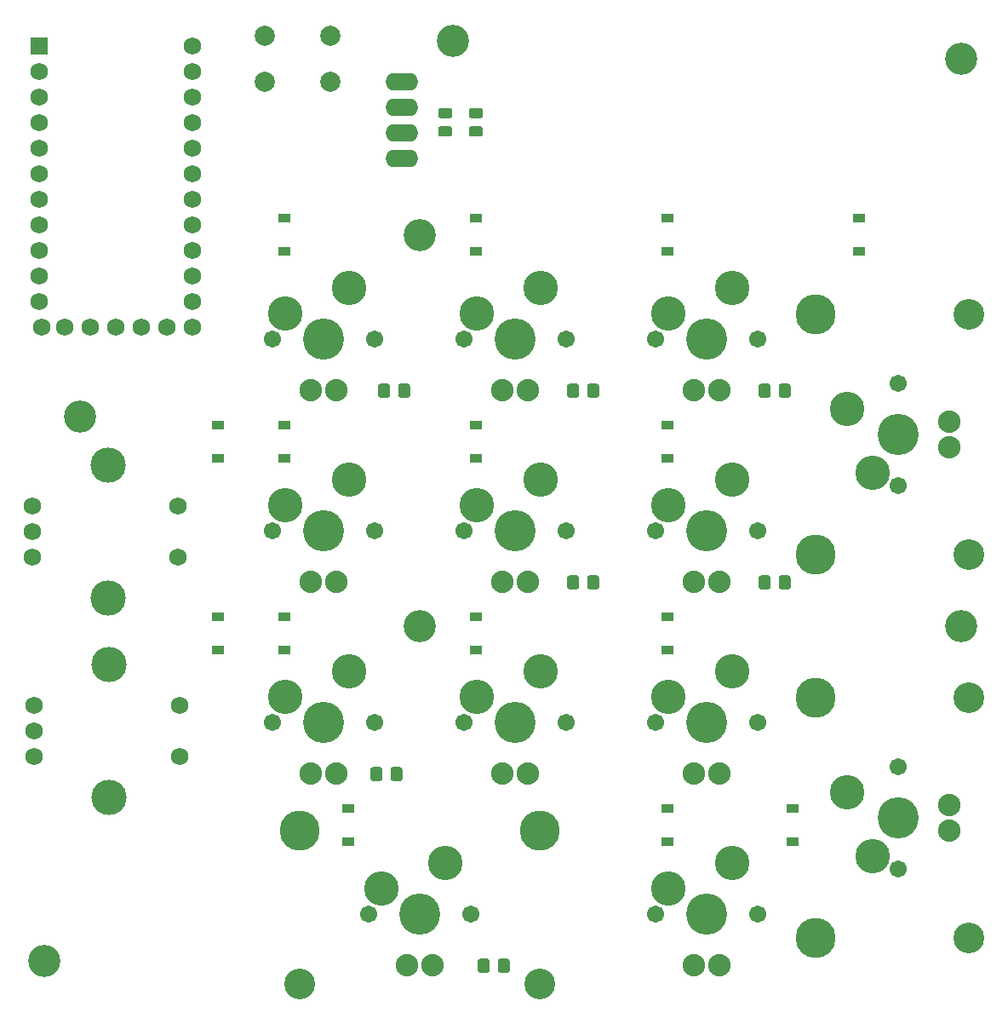
<source format=gbs>
G04 #@! TF.GenerationSoftware,KiCad,Pcbnew,(5.1.9)-1*
G04 #@! TF.CreationDate,2021-06-17T16:50:29+01:00*
G04 #@! TF.ProjectId,AutoPilot,4175746f-5069-46c6-9f74-2e6b69636164,0.3*
G04 #@! TF.SameCoordinates,Original*
G04 #@! TF.FileFunction,Soldermask,Bot*
G04 #@! TF.FilePolarity,Negative*
%FSLAX46Y46*%
G04 Gerber Fmt 4.6, Leading zero omitted, Abs format (unit mm)*
G04 Created by KiCad (PCBNEW (5.1.9)-1) date 2021-06-17 16:50:29*
%MOMM*%
%LPD*%
G01*
G04 APERTURE LIST*
%ADD10C,1.727200*%
%ADD11C,3.505200*%
%ADD12C,3.200001*%
%ADD13C,3.987800*%
%ADD14C,3.048000*%
%ADD15C,4.089400*%
%ADD16C,1.706881*%
%ADD17C,2.235200*%
%ADD18C,3.429000*%
%ADD19R,1.200000X0.900000*%
%ADD20C,3.200000*%
%ADD21C,1.752600*%
%ADD22R,1.752600X1.752600*%
%ADD23C,2.000000*%
%ADD24O,3.251200X1.727200*%
G04 APERTURE END LIST*
D10*
X80137000Y-102616000D03*
X80137000Y-107696000D03*
X94615000Y-102616000D03*
D11*
X87630000Y-98552000D03*
X87630000Y-111760000D03*
D10*
X94615000Y-107696000D03*
X80137000Y-105156000D03*
G36*
G01*
X124656002Y-64116000D02*
X123755998Y-64116000D01*
G75*
G02*
X123506000Y-63866002I0J249998D01*
G01*
X123506000Y-63340998D01*
G75*
G02*
X123755998Y-63091000I249998J0D01*
G01*
X124656002Y-63091000D01*
G75*
G02*
X124906000Y-63340998I0J-249998D01*
G01*
X124906000Y-63866002D01*
G75*
G02*
X124656002Y-64116000I-249998J0D01*
G01*
G37*
G36*
G01*
X124656002Y-65941000D02*
X123755998Y-65941000D01*
G75*
G02*
X123506000Y-65691002I0J249998D01*
G01*
X123506000Y-65165998D01*
G75*
G02*
X123755998Y-64916000I249998J0D01*
G01*
X124656002Y-64916000D01*
G75*
G02*
X124906000Y-65165998I0J-249998D01*
G01*
X124906000Y-65691002D01*
G75*
G02*
X124656002Y-65941000I-249998J0D01*
G01*
G37*
G36*
G01*
X121608002Y-64116000D02*
X120707998Y-64116000D01*
G75*
G02*
X120458000Y-63866002I0J249998D01*
G01*
X120458000Y-63340998D01*
G75*
G02*
X120707998Y-63091000I249998J0D01*
G01*
X121608002Y-63091000D01*
G75*
G02*
X121858000Y-63340998I0J-249998D01*
G01*
X121858000Y-63866002D01*
G75*
G02*
X121608002Y-64116000I-249998J0D01*
G01*
G37*
G36*
G01*
X121608002Y-65941000D02*
X120707998Y-65941000D01*
G75*
G02*
X120458000Y-65691002I0J249998D01*
G01*
X120458000Y-65165998D01*
G75*
G02*
X120707998Y-64916000I249998J0D01*
G01*
X121608002Y-64916000D01*
G75*
G02*
X121858000Y-65165998I0J-249998D01*
G01*
X121858000Y-65691002D01*
G75*
G02*
X121608002Y-65941000I-249998J0D01*
G01*
G37*
D12*
X84836000Y-93726000D03*
D13*
X157988000Y-83629500D03*
X157988000Y-107505500D03*
D14*
X173228000Y-107505500D03*
X173228000Y-83629500D03*
D15*
X166243000Y-95567500D03*
D16*
X166243000Y-100647500D03*
X166243000Y-90487500D03*
D17*
X171323000Y-96837500D03*
X171323000Y-94297500D03*
D18*
X163703000Y-99377500D03*
X161163000Y-93027500D03*
D13*
X157988000Y-121729500D03*
X157988000Y-145605500D03*
D14*
X173228000Y-145605500D03*
X173228000Y-121729500D03*
D15*
X166243000Y-133667500D03*
D16*
X166243000Y-138747500D03*
X166243000Y-128587500D03*
D17*
X171323000Y-134937500D03*
X171323000Y-132397500D03*
D18*
X163703000Y-137477500D03*
X161163000Y-131127500D03*
D13*
X106680000Y-134937500D03*
X130556000Y-134937500D03*
D14*
X130556000Y-150177500D03*
X106680000Y-150177500D03*
D18*
X121158000Y-138112500D03*
X114808000Y-140652500D03*
D17*
X119888000Y-148272500D03*
X117348000Y-148272500D03*
D16*
X123698000Y-143192500D03*
X113538000Y-143192500D03*
D15*
X118618000Y-143192500D03*
D19*
X98552000Y-116966000D03*
X98552000Y-113666000D03*
X98552000Y-97916000D03*
X98552000Y-94616000D03*
X155702000Y-136016000D03*
X155702000Y-132716000D03*
X162306000Y-77342000D03*
X162306000Y-74042000D03*
X143256000Y-136016000D03*
X143256000Y-132716000D03*
X111506000Y-136016000D03*
X111506000Y-132716000D03*
X143256000Y-116966000D03*
X143256000Y-113666000D03*
X124206000Y-116966000D03*
X124206000Y-113666000D03*
X105156000Y-116966000D03*
X105156000Y-113666000D03*
X143256000Y-97916000D03*
X143256000Y-94616000D03*
X124206000Y-97916000D03*
X124206000Y-94616000D03*
X105156000Y-97916000D03*
X105156000Y-94616000D03*
X143256000Y-77342000D03*
X143256000Y-74042000D03*
X124206000Y-77342000D03*
X124206000Y-74042000D03*
X105156000Y-77342000D03*
X105156000Y-74042000D03*
D20*
X118618000Y-114554000D03*
D21*
X83312000Y-84836000D03*
X85852000Y-84836000D03*
X88392000Y-84836000D03*
X90932000Y-84836000D03*
X93472000Y-84836000D03*
X96012000Y-56896000D03*
X81000600Y-84836000D03*
X96012000Y-59436000D03*
X96012000Y-61976000D03*
X96012000Y-64516000D03*
X96012000Y-67056000D03*
X96012000Y-69596000D03*
X96012000Y-72136000D03*
X96012000Y-74676000D03*
X96012000Y-77216000D03*
X96012000Y-79756000D03*
X96012000Y-82296000D03*
X96012000Y-84836000D03*
X80772000Y-82296000D03*
X80772000Y-79756000D03*
X80772000Y-77216000D03*
X80772000Y-74676000D03*
X80772000Y-72136000D03*
X80772000Y-69596000D03*
X80772000Y-67056000D03*
X80772000Y-64516000D03*
X80772000Y-61976000D03*
X80772000Y-59436000D03*
D22*
X80772000Y-56896000D03*
D20*
X118618000Y-75692000D03*
X121920000Y-56388000D03*
X172466000Y-58166000D03*
X81280000Y-147828000D03*
D12*
X172466000Y-114554000D03*
G36*
G01*
X115716000Y-129736001D02*
X115716000Y-128835999D01*
G75*
G02*
X115965999Y-128586000I249999J0D01*
G01*
X116666001Y-128586000D01*
G75*
G02*
X116916000Y-128835999I0J-249999D01*
G01*
X116916000Y-129736001D01*
G75*
G02*
X116666001Y-129986000I-249999J0D01*
G01*
X115965999Y-129986000D01*
G75*
G02*
X115716000Y-129736001I0J249999D01*
G01*
G37*
G36*
G01*
X113716000Y-129736001D02*
X113716000Y-128835999D01*
G75*
G02*
X113965999Y-128586000I249999J0D01*
G01*
X114666001Y-128586000D01*
G75*
G02*
X114916000Y-128835999I0J-249999D01*
G01*
X114916000Y-129736001D01*
G75*
G02*
X114666001Y-129986000I-249999J0D01*
G01*
X113965999Y-129986000D01*
G75*
G02*
X113716000Y-129736001I0J249999D01*
G01*
G37*
D18*
X111633000Y-100012500D03*
X105283000Y-102552500D03*
D17*
X110363000Y-110172500D03*
X107823000Y-110172500D03*
D16*
X114173000Y-105092500D03*
X104013000Y-105092500D03*
D15*
X109093000Y-105092500D03*
G36*
G01*
X135274000Y-110686001D02*
X135274000Y-109785999D01*
G75*
G02*
X135523999Y-109536000I249999J0D01*
G01*
X136224001Y-109536000D01*
G75*
G02*
X136474000Y-109785999I0J-249999D01*
G01*
X136474000Y-110686001D01*
G75*
G02*
X136224001Y-110936000I-249999J0D01*
G01*
X135523999Y-110936000D01*
G75*
G02*
X135274000Y-110686001I0J249999D01*
G01*
G37*
G36*
G01*
X133274000Y-110686001D02*
X133274000Y-109785999D01*
G75*
G02*
X133523999Y-109536000I249999J0D01*
G01*
X134224001Y-109536000D01*
G75*
G02*
X134474000Y-109785999I0J-249999D01*
G01*
X134474000Y-110686001D01*
G75*
G02*
X134224001Y-110936000I-249999J0D01*
G01*
X133523999Y-110936000D01*
G75*
G02*
X133274000Y-110686001I0J249999D01*
G01*
G37*
G36*
G01*
X125584000Y-147885999D02*
X125584000Y-148786001D01*
G75*
G02*
X125334001Y-149036000I-249999J0D01*
G01*
X124633999Y-149036000D01*
G75*
G02*
X124384000Y-148786001I0J249999D01*
G01*
X124384000Y-147885999D01*
G75*
G02*
X124633999Y-147636000I249999J0D01*
G01*
X125334001Y-147636000D01*
G75*
G02*
X125584000Y-147885999I0J-249999D01*
G01*
G37*
G36*
G01*
X127584000Y-147885999D02*
X127584000Y-148786001D01*
G75*
G02*
X127334001Y-149036000I-249999J0D01*
G01*
X126633999Y-149036000D01*
G75*
G02*
X126384000Y-148786001I0J249999D01*
G01*
X126384000Y-147885999D01*
G75*
G02*
X126633999Y-147636000I249999J0D01*
G01*
X127334001Y-147636000D01*
G75*
G02*
X127584000Y-147885999I0J-249999D01*
G01*
G37*
G36*
G01*
X153524000Y-109785999D02*
X153524000Y-110686001D01*
G75*
G02*
X153274001Y-110936000I-249999J0D01*
G01*
X152573999Y-110936000D01*
G75*
G02*
X152324000Y-110686001I0J249999D01*
G01*
X152324000Y-109785999D01*
G75*
G02*
X152573999Y-109536000I249999J0D01*
G01*
X153274001Y-109536000D01*
G75*
G02*
X153524000Y-109785999I0J-249999D01*
G01*
G37*
G36*
G01*
X155524000Y-109785999D02*
X155524000Y-110686001D01*
G75*
G02*
X155274001Y-110936000I-249999J0D01*
G01*
X154573999Y-110936000D01*
G75*
G02*
X154324000Y-110686001I0J249999D01*
G01*
X154324000Y-109785999D01*
G75*
G02*
X154573999Y-109536000I249999J0D01*
G01*
X155274001Y-109536000D01*
G75*
G02*
X155524000Y-109785999I0J-249999D01*
G01*
G37*
G36*
G01*
X154324000Y-91636001D02*
X154324000Y-90735999D01*
G75*
G02*
X154573999Y-90486000I249999J0D01*
G01*
X155274001Y-90486000D01*
G75*
G02*
X155524000Y-90735999I0J-249999D01*
G01*
X155524000Y-91636001D01*
G75*
G02*
X155274001Y-91886000I-249999J0D01*
G01*
X154573999Y-91886000D01*
G75*
G02*
X154324000Y-91636001I0J249999D01*
G01*
G37*
G36*
G01*
X152324000Y-91636001D02*
X152324000Y-90735999D01*
G75*
G02*
X152573999Y-90486000I249999J0D01*
G01*
X153274001Y-90486000D01*
G75*
G02*
X153524000Y-90735999I0J-249999D01*
G01*
X153524000Y-91636001D01*
G75*
G02*
X153274001Y-91886000I-249999J0D01*
G01*
X152573999Y-91886000D01*
G75*
G02*
X152324000Y-91636001I0J249999D01*
G01*
G37*
G36*
G01*
X134474000Y-90735999D02*
X134474000Y-91636001D01*
G75*
G02*
X134224001Y-91886000I-249999J0D01*
G01*
X133523999Y-91886000D01*
G75*
G02*
X133274000Y-91636001I0J249999D01*
G01*
X133274000Y-90735999D01*
G75*
G02*
X133523999Y-90486000I249999J0D01*
G01*
X134224001Y-90486000D01*
G75*
G02*
X134474000Y-90735999I0J-249999D01*
G01*
G37*
G36*
G01*
X136474000Y-90735999D02*
X136474000Y-91636001D01*
G75*
G02*
X136224001Y-91886000I-249999J0D01*
G01*
X135523999Y-91886000D01*
G75*
G02*
X135274000Y-91636001I0J249999D01*
G01*
X135274000Y-90735999D01*
G75*
G02*
X135523999Y-90486000I249999J0D01*
G01*
X136224001Y-90486000D01*
G75*
G02*
X136474000Y-90735999I0J-249999D01*
G01*
G37*
G36*
G01*
X115678000Y-90735999D02*
X115678000Y-91636001D01*
G75*
G02*
X115428001Y-91886000I-249999J0D01*
G01*
X114727999Y-91886000D01*
G75*
G02*
X114478000Y-91636001I0J249999D01*
G01*
X114478000Y-90735999D01*
G75*
G02*
X114727999Y-90486000I249999J0D01*
G01*
X115428001Y-90486000D01*
G75*
G02*
X115678000Y-90735999I0J-249999D01*
G01*
G37*
G36*
G01*
X117678000Y-90735999D02*
X117678000Y-91636001D01*
G75*
G02*
X117428001Y-91886000I-249999J0D01*
G01*
X116727999Y-91886000D01*
G75*
G02*
X116478000Y-91636001I0J249999D01*
G01*
X116478000Y-90735999D01*
G75*
G02*
X116727999Y-90486000I249999J0D01*
G01*
X117428001Y-90486000D01*
G75*
G02*
X117678000Y-90735999I0J-249999D01*
G01*
G37*
D23*
X103228000Y-60452000D03*
X103228000Y-55952000D03*
X109728000Y-60452000D03*
X109728000Y-55952000D03*
D24*
X116840000Y-68072000D03*
X116840000Y-65532000D03*
X116840000Y-62992000D03*
X116840000Y-60452000D03*
D18*
X149733000Y-138112500D03*
X143383000Y-140652500D03*
D17*
X148463000Y-148272500D03*
X145923000Y-148272500D03*
D16*
X152273000Y-143192500D03*
X142113000Y-143192500D03*
D15*
X147193000Y-143192500D03*
D18*
X130683000Y-80962500D03*
X124333000Y-83502500D03*
D17*
X129413000Y-91122500D03*
X126873000Y-91122500D03*
D16*
X133223000Y-86042500D03*
X123063000Y-86042500D03*
D15*
X128143000Y-86042500D03*
D10*
X80251300Y-122428000D03*
X80251300Y-127508000D03*
X94729300Y-122428000D03*
D11*
X87744300Y-118364000D03*
X87744300Y-131572000D03*
D10*
X94729300Y-127508000D03*
X80251300Y-124968000D03*
D18*
X149733000Y-80962500D03*
X143383000Y-83502500D03*
D17*
X148463000Y-91122500D03*
X145923000Y-91122500D03*
D16*
X152273000Y-86042500D03*
X142113000Y-86042500D03*
D15*
X147193000Y-86042500D03*
D18*
X130683000Y-100012500D03*
X124333000Y-102552500D03*
D17*
X129413000Y-110172500D03*
X126873000Y-110172500D03*
D16*
X133223000Y-105092500D03*
X123063000Y-105092500D03*
D15*
X128143000Y-105092500D03*
D18*
X149733000Y-100012500D03*
X143383000Y-102552500D03*
D17*
X148463000Y-110172500D03*
X145923000Y-110172500D03*
D16*
X152273000Y-105092500D03*
X142113000Y-105092500D03*
D15*
X147193000Y-105092500D03*
D18*
X111633000Y-119062500D03*
X105283000Y-121602500D03*
D17*
X110363000Y-129222500D03*
X107823000Y-129222500D03*
D16*
X114173000Y-124142500D03*
X104013000Y-124142500D03*
D15*
X109093000Y-124142500D03*
D18*
X130683000Y-119062500D03*
X124333000Y-121602500D03*
D17*
X129413000Y-129222500D03*
X126873000Y-129222500D03*
D16*
X133223000Y-124142500D03*
X123063000Y-124142500D03*
D15*
X128143000Y-124142500D03*
D18*
X149733000Y-119062500D03*
X143383000Y-121602500D03*
D17*
X148463000Y-129222500D03*
X145923000Y-129222500D03*
D16*
X152273000Y-124142500D03*
X142113000Y-124142500D03*
D15*
X147193000Y-124142500D03*
D18*
X111633000Y-80962500D03*
X105283000Y-83502500D03*
D17*
X110363000Y-91122500D03*
X107823000Y-91122500D03*
D16*
X114173000Y-86042500D03*
X104013000Y-86042500D03*
D15*
X109093000Y-86042500D03*
M02*

</source>
